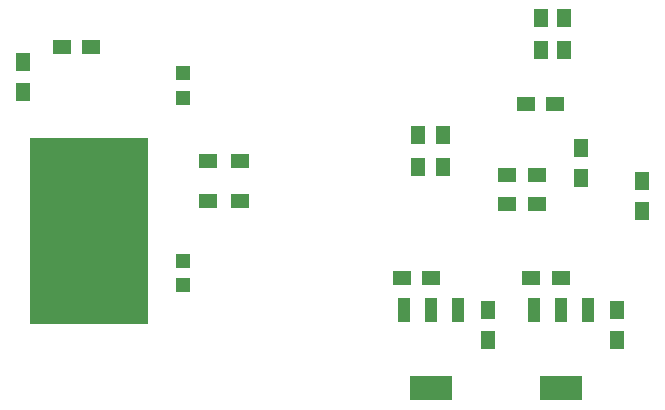
<source format=gbr>
G04 #@! TF.FileFunction,Paste,Bot*
%FSLAX46Y46*%
G04 Gerber Fmt 4.6, Leading zero omitted, Abs format (unit mm)*
G04 Created by KiCad (PCBNEW 4.0.5) date Thu Feb 16 15:30:16 2017*
%MOMM*%
%LPD*%
G01*
G04 APERTURE LIST*
%ADD10C,0.100000*%
%ADD11R,10.000000X15.750000*%
%ADD12R,1.500000X1.300000*%
%ADD13R,1.198880X1.198880*%
%ADD14R,1.250000X1.500000*%
%ADD15R,1.500000X1.250000*%
%ADD16R,1.300000X1.500000*%
%ADD17R,3.657600X2.032000*%
%ADD18R,1.016000X2.032000*%
G04 APERTURE END LIST*
D10*
D11*
X132550000Y-81550000D03*
D12*
X145350000Y-75600000D03*
X142650000Y-75600000D03*
D13*
X140500000Y-70299020D03*
X140500000Y-68200980D03*
X140500000Y-84050980D03*
X140500000Y-86149020D03*
D12*
X145350000Y-79000000D03*
X142650000Y-79000000D03*
D14*
X127000000Y-69750000D03*
X127000000Y-67250000D03*
D15*
X132750000Y-66000000D03*
X130250000Y-66000000D03*
D14*
X177310000Y-88230000D03*
X177310000Y-90730000D03*
D15*
X172530000Y-85510000D03*
X170030000Y-85510000D03*
D14*
X166310000Y-88230000D03*
X166310000Y-90730000D03*
D15*
X161560000Y-85530000D03*
X159060000Y-85530000D03*
D16*
X160406106Y-76137512D03*
X160406106Y-73437512D03*
X162563572Y-76137512D03*
X162563572Y-73437512D03*
X172810000Y-63530000D03*
X172810000Y-66230000D03*
X170810000Y-66230000D03*
X170810000Y-63530000D03*
D17*
X172524000Y-94843112D03*
D18*
X172524000Y-88239112D03*
X174810000Y-88239112D03*
X170238000Y-88239112D03*
D17*
X161520000Y-94851112D03*
D18*
X161520000Y-88247112D03*
X163806000Y-88247112D03*
X159234000Y-88247112D03*
D15*
X170460000Y-76780000D03*
X167960000Y-76780000D03*
X170460000Y-79280000D03*
X167960000Y-79280000D03*
D14*
X174210000Y-74530000D03*
X174210000Y-77030000D03*
D15*
X169560000Y-70780000D03*
X172060000Y-70780000D03*
D14*
X179410000Y-77330000D03*
X179410000Y-79830000D03*
M02*

</source>
